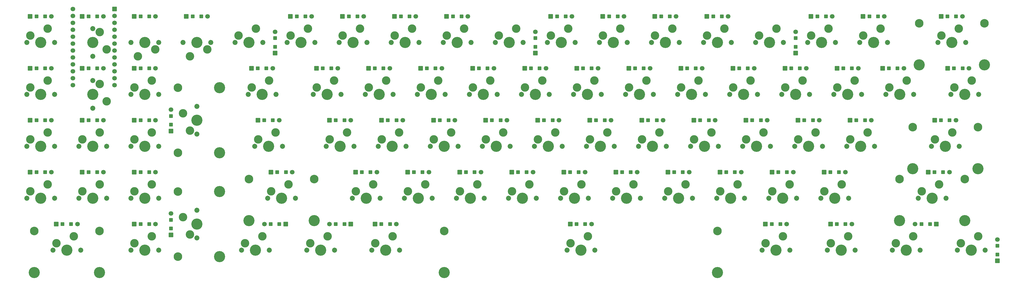
<source format=gts>
G04 #@! TF.GenerationSoftware,KiCad,Pcbnew,5.99.0-unknown-4f191ce2c7~125~ubuntu18.04.1*
G04 #@! TF.CreationDate,2021-04-25T15:12:41-05:00*
G04 #@! TF.ProjectId,southpawpcb,736f7574-6870-4617-9770-63622e6b6963,rev?*
G04 #@! TF.SameCoordinates,Original*
G04 #@! TF.FileFunction,Soldermask,Top*
G04 #@! TF.FilePolarity,Negative*
%FSLAX46Y46*%
G04 Gerber Fmt 4.6, Leading zero omitted, Abs format (unit mm)*
G04 Created by KiCad (PCBNEW 5.99.0-unknown-4f191ce2c7~125~ubuntu18.04.1) date 2021-04-25 15:12:41*
%MOMM*%
%LPD*%
G01*
G04 APERTURE LIST*
G04 Aperture macros list*
%AMRoundRect*
0 Rectangle with rounded corners*
0 $1 Rounding radius*
0 $2 $3 $4 $5 $6 $7 $8 $9 X,Y pos of 4 corners*
0 Add a 4 corners polygon primitive as box body*
4,1,4,$2,$3,$4,$5,$6,$7,$8,$9,$2,$3,0*
0 Add four circle primitives for the rounded corners*
1,1,$1+$1,$2,$3*
1,1,$1+$1,$4,$5*
1,1,$1+$1,$6,$7*
1,1,$1+$1,$8,$9*
0 Add four rect primitives between the rounded corners*
20,1,$1+$1,$2,$3,$4,$5,0*
20,1,$1+$1,$4,$5,$6,$7,0*
20,1,$1+$1,$6,$7,$8,$9,0*
20,1,$1+$1,$8,$9,$2,$3,0*%
G04 Aperture macros list end*
%ADD10C,4.087800*%
%ADD11C,3.100000*%
%ADD12C,1.850000*%
%ADD13C,3.148000*%
%ADD14RoundRect,0.050000X-0.800000X-0.800000X0.800000X-0.800000X0.800000X0.800000X-0.800000X0.800000X0*%
%ADD15RoundRect,0.050000X-0.600000X-0.600000X0.600000X-0.600000X0.600000X0.600000X-0.600000X0.600000X0*%
%ADD16C,1.700000*%
%ADD17RoundRect,0.050000X0.800000X-0.800000X0.800000X0.800000X-0.800000X0.800000X-0.800000X-0.800000X0*%
%ADD18RoundRect,0.050000X0.600000X-0.600000X0.600000X0.600000X-0.600000X0.600000X-0.600000X-0.600000X0*%
%ADD19RoundRect,0.050000X0.800000X0.800000X-0.800000X0.800000X-0.800000X-0.800000X0.800000X-0.800000X0*%
%ADD20RoundRect,0.050000X0.600000X0.600000X-0.600000X0.600000X-0.600000X-0.600000X0.600000X-0.600000X0*%
%ADD21RoundRect,0.050000X-0.800000X0.800000X-0.800000X-0.800000X0.800000X-0.800000X0.800000X0.800000X0*%
G04 APERTURE END LIST*
D10*
G04 #@! TO.C,K1*
X23856200Y11200000D03*
D11*
X20046200Y13740000D03*
D12*
X28936200Y11200000D03*
D11*
X26396200Y16280000D03*
D12*
X18776200Y11200000D03*
G04 #@! TD*
G04 #@! TO.C,K24*
X133711000Y-7850000D03*
D11*
X124821000Y-5310000D03*
D12*
X123551000Y-7850000D03*
D10*
X128631000Y-7850000D03*
D11*
X131171000Y-2770000D03*
G04 #@! TD*
D12*
G04 #@! TO.C,K19*
X18776200Y-7850000D03*
D11*
X26396200Y-2770000D03*
X20046200Y-5310000D03*
D12*
X28936200Y-7850000D03*
D10*
X23856200Y-7850000D03*
G04 #@! TD*
D13*
G04 #@! TO.C,K18*
X345293000Y18185000D03*
D12*
X362311000Y11200000D03*
D13*
X369169000Y18185000D03*
D10*
X369169000Y2945000D03*
X357231000Y11200000D03*
X345293000Y2945000D03*
D11*
X353421000Y13740000D03*
X359771000Y16280000D03*
D12*
X352151000Y11200000D03*
G04 #@! TD*
G04 #@! TO.C,K33*
X295001000Y-7850000D03*
D11*
X296271000Y-5310000D03*
X302621000Y-2770000D03*
D12*
X305161000Y-7850000D03*
D10*
X300081000Y-7850000D03*
G04 #@! TD*
G04 #@! TO.C,K47*
X247693000Y-26900000D03*
D11*
X250233000Y-21820000D03*
D12*
X242613000Y-26900000D03*
D11*
X243883000Y-24360000D03*
D12*
X252773000Y-26900000D03*
G04 #@! TD*
D10*
G04 #@! TO.C,K17*
X328656000Y11200000D03*
D11*
X324846000Y13740000D03*
D12*
X333736000Y11200000D03*
X323576000Y11200000D03*
D11*
X331196000Y16280000D03*
G04 #@! TD*
D12*
G04 #@! TO.C,K34*
X314051000Y-7850000D03*
D10*
X319131000Y-7850000D03*
D12*
X324211000Y-7850000D03*
D11*
X321671000Y-2770000D03*
X315321000Y-5310000D03*
G04 #@! TD*
D10*
G04 #@! TO.C,K78*
X364375000Y-65000000D03*
D11*
X360565000Y-62460000D03*
D12*
X369455000Y-65000000D03*
D11*
X366915000Y-59920000D03*
D12*
X359295000Y-65000000D03*
G04 #@! TD*
D11*
G04 #@! TO.C,K45*
X212133000Y-21820000D03*
D10*
X209593000Y-26900000D03*
D12*
X204513000Y-26900000D03*
D11*
X205783000Y-24360000D03*
D12*
X214673000Y-26900000D03*
G04 #@! TD*
G04 #@! TO.C,K32*
X286111000Y-7850000D03*
D11*
X277221000Y-5310000D03*
X283571000Y-2770000D03*
D12*
X275951000Y-7850000D03*
D10*
X281031000Y-7850000D03*
G04 #@! TD*
D12*
G04 #@! TO.C,K13*
X257536000Y11200000D03*
X247376000Y11200000D03*
D11*
X254996000Y16280000D03*
X248646000Y13740000D03*
D10*
X252456000Y11200000D03*
G04 #@! TD*
D11*
G04 #@! TO.C,K66*
X291509000Y-43410000D03*
D12*
X300399000Y-45950000D03*
X290239000Y-45950000D03*
D11*
X297859000Y-40870000D03*
D10*
X295319000Y-45950000D03*
G04 #@! TD*
G04 #@! TO.C,K75*
X292937000Y-65000000D03*
D11*
X289127000Y-62460000D03*
D12*
X298017000Y-65000000D03*
D11*
X295477000Y-59920000D03*
D12*
X287857000Y-65000000D03*
G04 #@! TD*
G04 #@! TO.C,K23*
X109899000Y-7850000D03*
D11*
X107359000Y-2770000D03*
D10*
X104819000Y-7850000D03*
D11*
X101009000Y-5310000D03*
D12*
X99739000Y-7850000D03*
G04 #@! TD*
D11*
G04 #@! TO.C,K7*
X134346000Y13740000D03*
D12*
X143236000Y11200000D03*
X133076000Y11200000D03*
D10*
X138156000Y11200000D03*
D11*
X140696000Y16280000D03*
G04 #@! TD*
D12*
G04 #@! TO.C,K2*
X42906200Y6120000D03*
D11*
X47986200Y8660000D03*
X45446200Y15010000D03*
D12*
X42906200Y16280000D03*
D10*
X42906200Y11200000D03*
G04 #@! TD*
D12*
G04 #@! TO.C,K4*
X86086200Y11200000D03*
X75926200Y11200000D03*
D11*
X78466200Y6120000D03*
D10*
X81006200Y11200000D03*
D11*
X84816200Y8660000D03*
G04 #@! TD*
D12*
G04 #@! TO.C,K3*
X56876200Y11200000D03*
X67036200Y11200000D03*
D10*
X61956200Y11200000D03*
D11*
X59416200Y6120000D03*
X65766200Y8660000D03*
G04 #@! TD*
D12*
G04 #@! TO.C,K21*
X56876200Y-7850000D03*
D11*
X64496200Y-2770000D03*
D12*
X67036200Y-7850000D03*
D10*
X61956200Y-7850000D03*
D11*
X58146200Y-5310000D03*
G04 #@! TD*
D12*
G04 #@! TO.C,K74*
X216420000Y-65000000D03*
D10*
X221500000Y-65000000D03*
D13*
X271499900Y-58015000D03*
X171500100Y-58015000D03*
D10*
X271499900Y-73255000D03*
D11*
X224040000Y-59920000D03*
D10*
X171500100Y-73255000D03*
D12*
X226580000Y-65000000D03*
D11*
X217690000Y-62460000D03*
G04 #@! TD*
D12*
G04 #@! TO.C,K29*
X218801000Y-7850000D03*
D11*
X226421000Y-2770000D03*
D12*
X228961000Y-7850000D03*
D11*
X220071000Y-5310000D03*
D10*
X223881000Y-7850000D03*
G04 #@! TD*
D11*
G04 #@! TO.C,K44*
X193083000Y-21820000D03*
D12*
X185463000Y-26900000D03*
D11*
X186733000Y-24360000D03*
D10*
X190543000Y-26900000D03*
D12*
X195623000Y-26900000D03*
G04 #@! TD*
G04 #@! TO.C,K20*
X42906200Y-12930000D03*
D11*
X47986200Y-10390000D03*
D10*
X42906200Y-7850000D03*
D12*
X42906200Y-2770000D03*
D11*
X45446200Y-4040000D03*
G04 #@! TD*
D10*
G04 #@! TO.C,K42*
X152443000Y-26900000D03*
D12*
X157523000Y-26900000D03*
X147363000Y-26900000D03*
D11*
X148633000Y-24360000D03*
X154983000Y-21820000D03*
G04 #@! TD*
D10*
G04 #@! TO.C,K76*
X316750000Y-65000000D03*
D11*
X312940000Y-62460000D03*
X319290000Y-59920000D03*
D12*
X311670000Y-65000000D03*
X321830000Y-65000000D03*
G04 #@! TD*
D10*
G04 #@! TO.C,K53*
X23856200Y-45950000D03*
D11*
X20046200Y-43410000D03*
D12*
X18776200Y-45950000D03*
D11*
X26396200Y-40870000D03*
D12*
X28936200Y-45950000D03*
G04 #@! TD*
D11*
G04 #@! TO.C,K48*
X269283000Y-21820000D03*
D12*
X271823000Y-26900000D03*
D11*
X262933000Y-24360000D03*
D10*
X266743000Y-26900000D03*
D12*
X261663000Y-26900000D03*
G04 #@! TD*
D11*
G04 #@! TO.C,K61*
X196259000Y-43410000D03*
D12*
X194989000Y-45950000D03*
D10*
X200069000Y-45950000D03*
D11*
X202609000Y-40870000D03*
D12*
X205149000Y-45950000D03*
G04 #@! TD*
G04 #@! TO.C,K12*
X228326000Y11200000D03*
D11*
X235946000Y16280000D03*
X229596000Y13740000D03*
D12*
X238486000Y11200000D03*
D10*
X233406000Y11200000D03*
G04 #@! TD*
D12*
G04 #@! TO.C,K39*
X67036200Y-26900000D03*
D10*
X61956200Y-26900000D03*
D12*
X56876200Y-26900000D03*
D11*
X58146200Y-24360000D03*
X64496200Y-21820000D03*
G04 #@! TD*
D13*
G04 #@! TO.C,K56*
X74021200Y-67413000D03*
D12*
X81006200Y-60555000D03*
X81006200Y-50395000D03*
D13*
X74021200Y-43537000D03*
D10*
X81006200Y-55475000D03*
D11*
X75926200Y-52935000D03*
D10*
X89261200Y-43537000D03*
D11*
X78466200Y-59285000D03*
D10*
X89261200Y-67413000D03*
G04 #@! TD*
D12*
G04 #@! TO.C,K50*
X309923000Y-26900000D03*
D10*
X304843000Y-26900000D03*
D11*
X307383000Y-21820000D03*
X301033000Y-24360000D03*
D12*
X299763000Y-26900000D03*
G04 #@! TD*
D11*
G04 #@! TO.C,K55*
X58146200Y-43410000D03*
D12*
X56876200Y-45950000D03*
X67036200Y-45950000D03*
D11*
X64496200Y-40870000D03*
D10*
X61956200Y-45950000D03*
G04 #@! TD*
D11*
G04 #@! TO.C,K52*
X351040000Y-24360000D03*
D10*
X342912000Y-35155000D03*
X354850000Y-26900000D03*
D12*
X359930000Y-26900000D03*
D13*
X366788000Y-19915000D03*
D10*
X366788000Y-35155000D03*
D11*
X357390000Y-21820000D03*
D13*
X342912000Y-19915000D03*
D12*
X349770000Y-26900000D03*
G04 #@! TD*
D11*
G04 #@! TO.C,K38*
X39096200Y-24360000D03*
D12*
X37826200Y-26900000D03*
D11*
X45446200Y-21820000D03*
D12*
X47986200Y-26900000D03*
D10*
X42906200Y-26900000D03*
G04 #@! TD*
D12*
G04 #@! TO.C,K58*
X137839000Y-45950000D03*
D10*
X142919000Y-45950000D03*
D12*
X147999000Y-45950000D03*
D11*
X145459000Y-40870000D03*
X139109000Y-43410000D03*
G04 #@! TD*
G04 #@! TO.C,K60*
X177209000Y-43410000D03*
D12*
X175939000Y-45950000D03*
D11*
X183559000Y-40870000D03*
D12*
X186099000Y-45950000D03*
D10*
X181019000Y-45950000D03*
G04 #@! TD*
D11*
G04 #@! TO.C,K62*
X221659000Y-40870000D03*
D12*
X224199000Y-45950000D03*
X214039000Y-45950000D03*
D10*
X219119000Y-45950000D03*
D11*
X215309000Y-43410000D03*
G04 #@! TD*
G04 #@! TO.C,K10*
X191496000Y13740000D03*
X197846000Y16280000D03*
D10*
X195306000Y11200000D03*
D12*
X200386000Y11200000D03*
X190226000Y11200000D03*
G04 #@! TD*
D11*
G04 #@! TO.C,K14*
X274046000Y16280000D03*
D12*
X276586000Y11200000D03*
X266426000Y11200000D03*
D10*
X271506000Y11200000D03*
D11*
X267696000Y13740000D03*
G04 #@! TD*
D12*
G04 #@! TO.C,K11*
X209276000Y11200000D03*
D11*
X216896000Y16280000D03*
X210546000Y13740000D03*
D10*
X214356000Y11200000D03*
D12*
X219436000Y11200000D03*
G04 #@! TD*
G04 #@! TO.C,K51*
X318813000Y-26900000D03*
D11*
X320083000Y-24360000D03*
D12*
X328973000Y-26900000D03*
D10*
X323893000Y-26900000D03*
D11*
X326433000Y-21820000D03*
G04 #@! TD*
D10*
G04 #@! TO.C,K57*
X123900000Y-54205000D03*
X100024000Y-54205000D03*
D11*
X108152000Y-43410000D03*
D13*
X100024000Y-38965000D03*
D10*
X111962000Y-45950000D03*
D12*
X117042000Y-45950000D03*
D13*
X123900000Y-38965000D03*
D12*
X106882000Y-45950000D03*
D11*
X114502000Y-40870000D03*
G04 #@! TD*
D12*
G04 #@! TO.C,K54*
X47986200Y-45950000D03*
D11*
X39096200Y-43410000D03*
X45446200Y-40870000D03*
D10*
X42906200Y-45950000D03*
D12*
X37826200Y-45950000D03*
G04 #@! TD*
D11*
G04 #@! TO.C,K9*
X172446000Y13740000D03*
D12*
X181336000Y11200000D03*
X171176000Y11200000D03*
D10*
X176256000Y11200000D03*
D11*
X178796000Y16280000D03*
G04 #@! TD*
D12*
G04 #@! TO.C,K36*
X367073000Y-7850000D03*
X356913000Y-7850000D03*
D11*
X364533000Y-2770000D03*
X358183000Y-5310000D03*
D10*
X361993000Y-7850000D03*
G04 #@! TD*
D11*
G04 #@! TO.C,K37*
X26396200Y-21820000D03*
D10*
X23856200Y-26900000D03*
D11*
X20046200Y-24360000D03*
D12*
X28936200Y-26900000D03*
X18776200Y-26900000D03*
G04 #@! TD*
D11*
G04 #@! TO.C,K16*
X305796000Y13740000D03*
D10*
X309606000Y11200000D03*
D12*
X304526000Y11200000D03*
D11*
X312146000Y16280000D03*
D12*
X314686000Y11200000D03*
G04 #@! TD*
D13*
G04 #@! TO.C,K22*
X74021200Y-5437000D03*
D12*
X81006200Y-12295000D03*
D13*
X74021200Y-29313000D03*
D12*
X81006200Y-22455000D03*
D10*
X89261200Y-29313000D03*
X89261200Y-5437000D03*
D11*
X75926200Y-14835000D03*
D10*
X81006200Y-17375000D03*
D11*
X78466200Y-21185000D03*
G04 #@! TD*
G04 #@! TO.C,K15*
X286746000Y13740000D03*
D12*
X285476000Y11200000D03*
D10*
X290556000Y11200000D03*
D11*
X293096000Y16280000D03*
D12*
X295636000Y11200000D03*
G04 #@! TD*
D10*
G04 #@! TO.C,K72*
X126250000Y-65000000D03*
D12*
X121170000Y-65000000D03*
D11*
X122440000Y-62460000D03*
X128790000Y-59920000D03*
D12*
X131330000Y-65000000D03*
G04 #@! TD*
G04 #@! TO.C,K49*
X290873000Y-26900000D03*
X280713000Y-26900000D03*
D10*
X285793000Y-26900000D03*
D11*
X281983000Y-24360000D03*
X288333000Y-21820000D03*
G04 #@! TD*
G04 #@! TO.C,K73*
X152602000Y-59920000D03*
D12*
X155142000Y-65000000D03*
D11*
X146252000Y-62460000D03*
D12*
X144982000Y-65000000D03*
D10*
X150062000Y-65000000D03*
G04 #@! TD*
D11*
G04 #@! TO.C,K43*
X167683000Y-24360000D03*
D12*
X166413000Y-26900000D03*
D11*
X174033000Y-21820000D03*
D12*
X176573000Y-26900000D03*
D10*
X171493000Y-26900000D03*
G04 #@! TD*
D12*
G04 #@! TO.C,K41*
X138473000Y-26900000D03*
D11*
X135933000Y-21820000D03*
D10*
X133393000Y-26900000D03*
D12*
X128313000Y-26900000D03*
D11*
X129583000Y-24360000D03*
G04 #@! TD*
D12*
G04 #@! TO.C,K63*
X243249000Y-45950000D03*
D11*
X234359000Y-43410000D03*
D10*
X238169000Y-45950000D03*
D11*
X240709000Y-40870000D03*
D12*
X233089000Y-45950000D03*
G04 #@! TD*
D11*
G04 #@! TO.C,K40*
X103390000Y-24360000D03*
X109740000Y-21820000D03*
D12*
X112280000Y-26900000D03*
D10*
X107200000Y-26900000D03*
D12*
X102120000Y-26900000D03*
G04 #@! TD*
G04 #@! TO.C,K31*
X256901000Y-7850000D03*
D10*
X261981000Y-7850000D03*
D12*
X267061000Y-7850000D03*
D11*
X258171000Y-5310000D03*
X264521000Y-2770000D03*
G04 #@! TD*
D12*
G04 #@! TO.C,K35*
X333101000Y-7850000D03*
D11*
X340721000Y-2770000D03*
X334371000Y-5310000D03*
D12*
X343261000Y-7850000D03*
D10*
X338181000Y-7850000D03*
G04 #@! TD*
D12*
G04 #@! TO.C,K30*
X237851000Y-7850000D03*
D11*
X239121000Y-5310000D03*
D10*
X242931000Y-7850000D03*
D11*
X245471000Y-2770000D03*
D12*
X248011000Y-7850000D03*
G04 #@! TD*
G04 #@! TO.C,K6*
X114026000Y11200000D03*
D11*
X121646000Y16280000D03*
D10*
X119106000Y11200000D03*
D11*
X115296000Y13740000D03*
D12*
X124186000Y11200000D03*
G04 #@! TD*
D11*
G04 #@! TO.C,K26*
X169271000Y-2770000D03*
D10*
X166731000Y-7850000D03*
D12*
X161651000Y-7850000D03*
X171811000Y-7850000D03*
D11*
X162921000Y-5310000D03*
G04 #@! TD*
G04 #@! TO.C,K67*
X316909000Y-40870000D03*
X310559000Y-43410000D03*
D12*
X309289000Y-45950000D03*
D10*
X314369000Y-45950000D03*
D12*
X319449000Y-45950000D03*
G04 #@! TD*
D13*
G04 #@! TO.C,K68*
X362025000Y-38965000D03*
D10*
X350087000Y-45950000D03*
X362025000Y-54205000D03*
D11*
X352627000Y-40870000D03*
D12*
X355167000Y-45950000D03*
D10*
X338149000Y-54205000D03*
D11*
X346277000Y-43410000D03*
D12*
X345007000Y-45950000D03*
D13*
X338149000Y-38965000D03*
G04 #@! TD*
D12*
G04 #@! TO.C,K70*
X56876200Y-65000000D03*
X67036200Y-65000000D03*
D11*
X58146200Y-62460000D03*
X64496200Y-59920000D03*
D10*
X61956200Y-65000000D03*
G04 #@! TD*
D11*
G04 #@! TO.C,K71*
X98627000Y-62460000D03*
D12*
X97357000Y-65000000D03*
D10*
X102437000Y-65000000D03*
D12*
X107517000Y-65000000D03*
D11*
X104977000Y-59920000D03*
G04 #@! TD*
D12*
G04 #@! TO.C,K64*
X252139000Y-45950000D03*
D10*
X257219000Y-45950000D03*
D11*
X259759000Y-40870000D03*
D12*
X262299000Y-45950000D03*
D11*
X253409000Y-43410000D03*
G04 #@! TD*
D12*
G04 #@! TO.C,K5*
X94976000Y11200000D03*
D11*
X102596000Y16280000D03*
D12*
X105136000Y11200000D03*
D11*
X96246000Y13740000D03*
D10*
X100056000Y11200000D03*
G04 #@! TD*
G04 #@! TO.C,K27*
X185781000Y-7850000D03*
D11*
X181971000Y-5310000D03*
D12*
X180701000Y-7850000D03*
D11*
X188321000Y-2770000D03*
D12*
X190861000Y-7850000D03*
G04 #@! TD*
D10*
G04 #@! TO.C,K28*
X204831000Y-7850000D03*
D12*
X199751000Y-7850000D03*
D11*
X207371000Y-2770000D03*
D12*
X209911000Y-7850000D03*
D11*
X201021000Y-5310000D03*
G04 #@! TD*
D12*
G04 #@! TO.C,K8*
X162286000Y11200000D03*
X152126000Y11200000D03*
D11*
X159746000Y16280000D03*
D10*
X157206000Y11200000D03*
D11*
X153396000Y13740000D03*
G04 #@! TD*
D12*
G04 #@! TO.C,K25*
X142601000Y-7850000D03*
X152761000Y-7850000D03*
D11*
X143871000Y-5310000D03*
X150221000Y-2770000D03*
D10*
X147681000Y-7850000D03*
G04 #@! TD*
D11*
G04 #@! TO.C,K59*
X164509000Y-40870000D03*
D10*
X161969000Y-45950000D03*
D11*
X158159000Y-43410000D03*
D12*
X156889000Y-45950000D03*
X167049000Y-45950000D03*
G04 #@! TD*
D10*
G04 #@! TO.C,K77*
X340562000Y-65000000D03*
D12*
X345642000Y-65000000D03*
D11*
X336752000Y-62460000D03*
D12*
X335482000Y-65000000D03*
D11*
X343102000Y-59920000D03*
G04 #@! TD*
G04 #@! TO.C,K69*
X29571200Y-62460000D03*
D12*
X38461200Y-65000000D03*
D10*
X45319200Y-73255000D03*
X21443200Y-73255000D03*
X33381200Y-65000000D03*
D13*
X45319200Y-58015000D03*
D11*
X35921200Y-59920000D03*
D12*
X28301200Y-65000000D03*
D13*
X21443200Y-58015000D03*
G04 #@! TD*
D11*
G04 #@! TO.C,K65*
X272459000Y-43410000D03*
D10*
X276269000Y-45950000D03*
D11*
X278809000Y-40870000D03*
D12*
X281349000Y-45950000D03*
X271189000Y-45950000D03*
G04 #@! TD*
G04 #@! TO.C,K46*
X233723000Y-26900000D03*
D10*
X228643000Y-26900000D03*
D12*
X223563000Y-26900000D03*
D11*
X231183000Y-21820000D03*
X224833000Y-24360000D03*
G04 #@! TD*
D14*
G04 #@! TO.C,D27*
X181881000Y1675000D03*
D15*
X184206000Y1675000D03*
D16*
X189681000Y1675000D03*
D15*
X187356000Y1675000D03*
G04 #@! TD*
D14*
G04 #@! TO.C,D1*
X19956200Y20725000D03*
D15*
X22281200Y20725000D03*
X25431200Y20725000D03*
D16*
X27756200Y20725000D03*
G04 #@! TD*
D14*
G04 #@! TO.C,D41*
X129493000Y-17375000D03*
D15*
X131818000Y-17375000D03*
D16*
X137293000Y-17375000D03*
D15*
X134968000Y-17375000D03*
G04 #@! TD*
G04 #@! TO.C,D59*
X160394000Y-36425000D03*
D14*
X158069000Y-36425000D03*
D15*
X163544000Y-36425000D03*
D16*
X165869000Y-36425000D03*
G04 #@! TD*
D15*
G04 #@! TO.C,D24*
X127056000Y1675000D03*
D14*
X124731000Y1675000D03*
D16*
X132531000Y1675000D03*
D15*
X130206000Y1675000D03*
G04 #@! TD*
G04 #@! TO.C,D35*
X334225000Y1675000D03*
D14*
X331900000Y1675000D03*
D16*
X339700000Y1675000D03*
D15*
X337375000Y1675000D03*
G04 #@! TD*
D14*
G04 #@! TO.C,D30*
X239031000Y1675000D03*
D15*
X241356000Y1675000D03*
D16*
X246831000Y1675000D03*
D15*
X244506000Y1675000D03*
G04 #@! TD*
D14*
G04 #@! TO.C,D33*
X296181000Y1675000D03*
D15*
X298506000Y1675000D03*
D16*
X303981000Y1675000D03*
D15*
X301656000Y1675000D03*
G04 #@! TD*
G04 #@! TO.C,D73*
X148487000Y-55475000D03*
D14*
X146162000Y-55475000D03*
D15*
X151637000Y-55475000D03*
D16*
X153962000Y-55475000D03*
G04 #@! TD*
D14*
G04 #@! TO.C,D43*
X167593000Y-17375000D03*
D15*
X169918000Y-17375000D03*
D16*
X175393000Y-17375000D03*
D15*
X173068000Y-17375000D03*
G04 #@! TD*
D17*
G04 #@! TO.C,D5*
X109581000Y7300000D03*
D18*
X109581000Y9625000D03*
D16*
X109581000Y15100000D03*
D18*
X109581000Y12775000D03*
G04 #@! TD*
D15*
G04 #@! TO.C,D55*
X60381200Y-36425000D03*
D14*
X58056200Y-36425000D03*
D16*
X65856200Y-36425000D03*
D15*
X63531200Y-36425000D03*
G04 #@! TD*
D14*
G04 #@! TO.C,D29*
X219981000Y1675000D03*
D15*
X222306000Y1675000D03*
D16*
X227781000Y1675000D03*
D15*
X225456000Y1675000D03*
G04 #@! TD*
D14*
G04 #@! TO.C,D63*
X234269000Y-36425000D03*
D15*
X236594000Y-36425000D03*
D16*
X242069000Y-36425000D03*
D15*
X239744000Y-36425000D03*
G04 #@! TD*
D14*
G04 #@! TO.C,D11*
X210456000Y20725000D03*
D15*
X212781000Y20725000D03*
D16*
X218256000Y20725000D03*
D15*
X215931000Y20725000D03*
G04 #@! TD*
D14*
G04 #@! TO.C,D51*
X319993000Y-17375000D03*
D15*
X322318000Y-17375000D03*
D16*
X327793000Y-17375000D03*
D15*
X325468000Y-17375000D03*
G04 #@! TD*
D14*
G04 #@! TO.C,D46*
X224743000Y-17375000D03*
D15*
X227068000Y-17375000D03*
X230218000Y-17375000D03*
D16*
X232543000Y-17375000D03*
G04 #@! TD*
D14*
G04 #@! TO.C,D44*
X186643000Y-17375000D03*
D15*
X188968000Y-17375000D03*
D16*
X194443000Y-17375000D03*
D15*
X192118000Y-17375000D03*
G04 #@! TD*
G04 #@! TO.C,D6*
X117531000Y20725000D03*
D14*
X115206000Y20725000D03*
D15*
X120681000Y20725000D03*
D16*
X123006000Y20725000D03*
G04 #@! TD*
D14*
G04 #@! TO.C,D66*
X291419000Y-36425000D03*
D15*
X293744000Y-36425000D03*
D16*
X299219000Y-36425000D03*
D15*
X296894000Y-36425000D03*
G04 #@! TD*
D14*
G04 #@! TO.C,D13*
X248556000Y20725000D03*
D15*
X250881000Y20725000D03*
X254031000Y20725000D03*
D16*
X256356000Y20725000D03*
G04 #@! TD*
D14*
G04 #@! TO.C,D28*
X200931000Y1675000D03*
D15*
X203256000Y1675000D03*
D16*
X208731000Y1675000D03*
D15*
X206406000Y1675000D03*
G04 #@! TD*
G04 #@! TO.C,D8*
X155631000Y20725000D03*
D14*
X153306000Y20725000D03*
D15*
X158781000Y20725000D03*
D16*
X161106000Y20725000D03*
G04 #@! TD*
D15*
G04 #@! TO.C,D75*
X291362000Y-55475000D03*
D14*
X289037000Y-55475000D03*
D16*
X296837000Y-55475000D03*
D15*
X294512000Y-55475000D03*
G04 #@! TD*
D14*
G04 #@! TO.C,D70*
X58056200Y-55475000D03*
D15*
X60381200Y-55475000D03*
X63531200Y-55475000D03*
D16*
X65856200Y-55475000D03*
G04 #@! TD*
D14*
G04 #@! TO.C,D49*
X281893000Y-17375000D03*
D15*
X284218000Y-17375000D03*
D16*
X289693000Y-17375000D03*
D15*
X287368000Y-17375000D03*
G04 #@! TD*
G04 #@! TO.C,D76*
X315175000Y-55475000D03*
D14*
X312850000Y-55475000D03*
D15*
X318325000Y-55475000D03*
D16*
X320650000Y-55475000D03*
G04 #@! TD*
D15*
G04 #@! TO.C,D74*
X219925000Y-55475000D03*
D14*
X217600000Y-55475000D03*
D16*
X225400000Y-55475000D03*
D15*
X223075000Y-55475000D03*
G04 #@! TD*
D14*
G04 #@! TO.C,D64*
X253319000Y-36425000D03*
D15*
X255644000Y-36425000D03*
D16*
X261119000Y-36425000D03*
D15*
X258794000Y-36425000D03*
G04 #@! TD*
D14*
G04 #@! TO.C,D9*
X172356000Y20725000D03*
D15*
X174681000Y20725000D03*
D16*
X180156000Y20725000D03*
D15*
X177831000Y20725000D03*
G04 #@! TD*
D14*
G04 #@! TO.C,D31*
X258081000Y1675000D03*
D15*
X260406000Y1675000D03*
X263556000Y1675000D03*
D16*
X265881000Y1675000D03*
G04 #@! TD*
D15*
G04 #@! TO.C,D32*
X279456000Y1675000D03*
D14*
X277131000Y1675000D03*
D15*
X282606000Y1675000D03*
D16*
X284931000Y1675000D03*
G04 #@! TD*
D15*
G04 #@! TO.C,D17*
X327081000Y20725000D03*
D14*
X324756000Y20725000D03*
D15*
X330231000Y20725000D03*
D16*
X332556000Y20725000D03*
G04 #@! TD*
D15*
G04 #@! TO.C,D23*
X103244000Y1675000D03*
D14*
X100919000Y1675000D03*
D16*
X108719000Y1675000D03*
D15*
X106394000Y1675000D03*
G04 #@! TD*
D17*
G04 #@! TO.C,D56*
X71481200Y-59375000D03*
D18*
X71481200Y-57050000D03*
D16*
X71481200Y-51575000D03*
D18*
X71481200Y-53900000D03*
G04 #@! TD*
D14*
G04 #@! TO.C,D40*
X103300000Y-17375000D03*
D15*
X105625000Y-17375000D03*
X108775000Y-17375000D03*
D16*
X111100000Y-17375000D03*
G04 #@! TD*
D14*
G04 #@! TO.C,D69*
X29481200Y-55475000D03*
D15*
X31806200Y-55475000D03*
D16*
X37281200Y-55475000D03*
D15*
X34956200Y-55475000D03*
G04 #@! TD*
G04 #@! TO.C,D20*
X41331200Y1675000D03*
D14*
X39006200Y1675000D03*
D15*
X44481200Y1675000D03*
D16*
X46806200Y1675000D03*
G04 #@! TD*
D15*
G04 #@! TO.C,D34*
X317556000Y1675000D03*
D14*
X315231000Y1675000D03*
D16*
X323031000Y1675000D03*
D15*
X320706000Y1675000D03*
G04 #@! TD*
G04 #@! TO.C,D58*
X141344000Y-36425000D03*
D14*
X139019000Y-36425000D03*
D15*
X144494000Y-36425000D03*
D16*
X146819000Y-36425000D03*
G04 #@! TD*
D15*
G04 #@! TO.C,D12*
X231831000Y20725000D03*
D14*
X229506000Y20725000D03*
D16*
X237306000Y20725000D03*
D15*
X234981000Y20725000D03*
G04 #@! TD*
G04 #@! TO.C,D38*
X41331200Y-17375000D03*
D14*
X39006200Y-17375000D03*
D15*
X44481200Y-17375000D03*
D16*
X46806200Y-17375000D03*
G04 #@! TD*
D15*
G04 #@! TO.C,D18*
X355656000Y20725000D03*
D14*
X353331000Y20725000D03*
D16*
X361131000Y20725000D03*
D15*
X358806000Y20725000D03*
G04 #@! TD*
D14*
G04 #@! TO.C,D68*
X348569000Y-36425000D03*
D15*
X350894000Y-36425000D03*
D16*
X356369000Y-36425000D03*
D15*
X354044000Y-36425000D03*
G04 #@! TD*
G04 #@! TO.C,D14*
X269931000Y20725000D03*
D14*
X267606000Y20725000D03*
D15*
X273081000Y20725000D03*
D16*
X275406000Y20725000D03*
G04 #@! TD*
D14*
G04 #@! TO.C,D65*
X272369000Y-36425000D03*
D15*
X274694000Y-36425000D03*
D16*
X280169000Y-36425000D03*
D15*
X277844000Y-36425000D03*
G04 #@! TD*
G04 #@! TO.C,D37*
X22281200Y-17375000D03*
D14*
X19956200Y-17375000D03*
D16*
X27756200Y-17375000D03*
D15*
X25431200Y-17375000D03*
G04 #@! TD*
G04 #@! TO.C,D52*
X353275000Y-17375000D03*
D14*
X350950000Y-17375000D03*
D16*
X358750000Y-17375000D03*
D15*
X356425000Y-17375000D03*
G04 #@! TD*
G04 #@! TO.C,D61*
X198494000Y-36425000D03*
D14*
X196169000Y-36425000D03*
D15*
X201644000Y-36425000D03*
D16*
X203969000Y-36425000D03*
G04 #@! TD*
D15*
G04 #@! TO.C,D62*
X217544000Y-36425000D03*
D14*
X215219000Y-36425000D03*
D15*
X220694000Y-36425000D03*
D16*
X223019000Y-36425000D03*
G04 #@! TD*
D14*
G04 #@! TO.C,D36*
X355712000Y1675000D03*
D15*
X358037000Y1675000D03*
X361187000Y1675000D03*
D16*
X363512000Y1675000D03*
G04 #@! TD*
D15*
G04 #@! TO.C,D67*
X312794000Y-36425000D03*
D14*
X310469000Y-36425000D03*
D15*
X315944000Y-36425000D03*
D16*
X318269000Y-36425000D03*
G04 #@! TD*
D17*
G04 #@! TO.C,D15*
X300081000Y7300000D03*
D18*
X300081000Y9625000D03*
X300081000Y12775000D03*
D16*
X300081000Y15100000D03*
G04 #@! TD*
D14*
G04 #@! TO.C,D47*
X243793000Y-17375000D03*
D15*
X246118000Y-17375000D03*
X249268000Y-17375000D03*
D16*
X251593000Y-17375000D03*
G04 #@! TD*
D14*
G04 #@! TO.C,D57*
X108062000Y-36425000D03*
D15*
X110387000Y-36425000D03*
D16*
X115862000Y-36425000D03*
D15*
X113537000Y-36425000D03*
G04 #@! TD*
D14*
G04 #@! TO.C,D19*
X19956200Y1675000D03*
D15*
X22281200Y1675000D03*
X25431200Y1675000D03*
D16*
X27756200Y1675000D03*
G04 #@! TD*
D14*
G04 #@! TO.C,D54*
X39006200Y-36425000D03*
D15*
X41331200Y-36425000D03*
D16*
X46806200Y-36425000D03*
D15*
X44481200Y-36425000D03*
G04 #@! TD*
D17*
G04 #@! TO.C,D10*
X204831000Y7300000D03*
D18*
X204831000Y9625000D03*
X204831000Y12775000D03*
D16*
X204831000Y15100000D03*
G04 #@! TD*
D17*
G04 #@! TO.C,D22*
X71481200Y-21275000D03*
D18*
X71481200Y-18950000D03*
D16*
X71481200Y-13475000D03*
D18*
X71481200Y-15800000D03*
G04 #@! TD*
D15*
G04 #@! TO.C,D16*
X308031000Y20725000D03*
D14*
X305706000Y20725000D03*
D15*
X311181000Y20725000D03*
D16*
X313506000Y20725000D03*
G04 #@! TD*
D15*
G04 #@! TO.C,D45*
X208018000Y-17375000D03*
D14*
X205693000Y-17375000D03*
D15*
X211168000Y-17375000D03*
D16*
X213493000Y-17375000D03*
G04 #@! TD*
D19*
G04 #@! TO.C,D77*
X351606000Y-55475000D03*
D20*
X349281000Y-55475000D03*
D16*
X343806000Y-55475000D03*
D20*
X346131000Y-55475000D03*
G04 #@! TD*
D17*
G04 #@! TO.C,D78*
X373900000Y-68900000D03*
D18*
X373900000Y-66575000D03*
X373900000Y-63425000D03*
D16*
X373900000Y-61100000D03*
G04 #@! TD*
D19*
G04 #@! TO.C,D71*
X113481000Y-55475000D03*
D20*
X111156000Y-55475000D03*
X108006000Y-55475000D03*
D16*
X105681000Y-55475000D03*
G04 #@! TD*
D15*
G04 #@! TO.C,D25*
X146106000Y1675000D03*
D14*
X143781000Y1675000D03*
D15*
X149256000Y1675000D03*
D16*
X151581000Y1675000D03*
G04 #@! TD*
D14*
G04 #@! TO.C,D3*
X58056200Y20725000D03*
D15*
X60381200Y20725000D03*
D16*
X65856200Y20725000D03*
D15*
X63531200Y20725000D03*
G04 #@! TD*
G04 #@! TO.C,D4*
X79431200Y20725000D03*
D14*
X77106200Y20725000D03*
D16*
X84906200Y20725000D03*
D15*
X82581200Y20725000D03*
G04 #@! TD*
D14*
G04 #@! TO.C,D42*
X148543000Y-17375000D03*
D15*
X150868000Y-17375000D03*
D16*
X156343000Y-17375000D03*
D15*
X154018000Y-17375000D03*
G04 #@! TD*
D14*
G04 #@! TO.C,D60*
X177119000Y-36425000D03*
D15*
X179444000Y-36425000D03*
X182594000Y-36425000D03*
D16*
X184919000Y-36425000D03*
G04 #@! TD*
D15*
G04 #@! TO.C,D26*
X165156000Y1675000D03*
D14*
X162831000Y1675000D03*
D15*
X168306000Y1675000D03*
D16*
X170631000Y1675000D03*
G04 #@! TD*
D14*
G04 #@! TO.C,D53*
X19956200Y-36425000D03*
D15*
X22281200Y-36425000D03*
X25431200Y-36425000D03*
D16*
X27756200Y-36425000D03*
G04 #@! TD*
D14*
G04 #@! TO.C,D21*
X58056200Y1675000D03*
D15*
X60381200Y1675000D03*
D16*
X65856200Y1675000D03*
D15*
X63531200Y1675000D03*
G04 #@! TD*
G04 #@! TO.C,D50*
X303268000Y-17375000D03*
D14*
X300943000Y-17375000D03*
D15*
X306418000Y-17375000D03*
D16*
X308743000Y-17375000D03*
G04 #@! TD*
D14*
G04 #@! TO.C,D2*
X39006200Y20725000D03*
D15*
X41331200Y20725000D03*
X44481200Y20725000D03*
D16*
X46806200Y20725000D03*
G04 #@! TD*
D15*
G04 #@! TO.C,D39*
X60381200Y-17375000D03*
D14*
X58056200Y-17375000D03*
D15*
X63531200Y-17375000D03*
D16*
X65856200Y-17375000D03*
G04 #@! TD*
D19*
G04 #@! TO.C,D72*
X137293000Y-55475000D03*
D20*
X134968000Y-55475000D03*
X131818000Y-55475000D03*
D16*
X129493000Y-55475000D03*
G04 #@! TD*
D15*
G04 #@! TO.C,D48*
X265168000Y-17375000D03*
D14*
X262843000Y-17375000D03*
D16*
X270643000Y-17375000D03*
D15*
X268318000Y-17375000D03*
G04 #@! TD*
D14*
G04 #@! TO.C,D7*
X134256000Y20725000D03*
D15*
X136581000Y20725000D03*
D16*
X142056000Y20725000D03*
D15*
X139731000Y20725000D03*
G04 #@! TD*
D21*
G04 #@! TO.C,U1*
X50800000Y23457600D03*
D16*
X50800000Y20917600D03*
X50800000Y18377600D03*
X50800000Y15837600D03*
X50800000Y13297600D03*
X50800000Y10757600D03*
X50800000Y8217600D03*
X50800000Y5677600D03*
X50800000Y3137600D03*
X50800000Y597600D03*
X50800000Y-1942400D03*
X50800000Y-4482400D03*
X35560000Y-4482400D03*
X35560000Y-1942400D03*
X35560000Y597600D03*
X35560000Y3137600D03*
X35560000Y5677600D03*
X35560000Y8217600D03*
X35560000Y10757600D03*
X35560000Y13297600D03*
X35560000Y15837600D03*
X35560000Y18377600D03*
X35560000Y20917600D03*
X35560000Y23457600D03*
G04 #@! TD*
M02*

</source>
